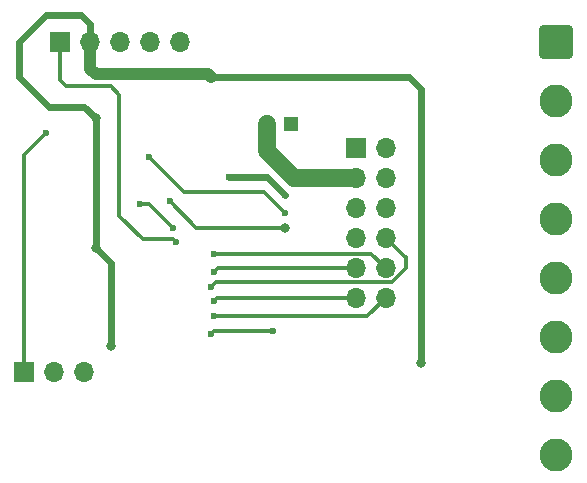
<source format=gbr>
%TF.GenerationSoftware,KiCad,Pcbnew,9.0.0*%
%TF.CreationDate,2025-03-23T15:00:11-07:00*%
%TF.ProjectId,SMRRC,534d5252-432e-46b6-9963-61645f706362,n/c*%
%TF.SameCoordinates,Original*%
%TF.FileFunction,Copper,L2,Bot*%
%TF.FilePolarity,Positive*%
%FSLAX46Y46*%
G04 Gerber Fmt 4.6, Leading zero omitted, Abs format (unit mm)*
G04 Created by KiCad (PCBNEW 9.0.0) date 2025-03-23 15:00:11*
%MOMM*%
%LPD*%
G01*
G04 APERTURE LIST*
G04 Aperture macros list*
%AMRoundRect*
0 Rectangle with rounded corners*
0 $1 Rounding radius*
0 $2 $3 $4 $5 $6 $7 $8 $9 X,Y pos of 4 corners*
0 Add a 4 corners polygon primitive as box body*
4,1,4,$2,$3,$4,$5,$6,$7,$8,$9,$2,$3,0*
0 Add four circle primitives for the rounded corners*
1,1,$1+$1,$2,$3*
1,1,$1+$1,$4,$5*
1,1,$1+$1,$6,$7*
1,1,$1+$1,$8,$9*
0 Add four rect primitives between the rounded corners*
20,1,$1+$1,$2,$3,$4,$5,0*
20,1,$1+$1,$4,$5,$6,$7,0*
20,1,$1+$1,$6,$7,$8,$9,0*
20,1,$1+$1,$8,$9,$2,$3,0*%
G04 Aperture macros list end*
%TA.AperFunction,ComponentPad*%
%ADD10R,1.700000X1.700000*%
%TD*%
%TA.AperFunction,ComponentPad*%
%ADD11O,1.700000X1.700000*%
%TD*%
%TA.AperFunction,ComponentPad*%
%ADD12RoundRect,0.250001X-1.149999X1.149999X-1.149999X-1.149999X1.149999X-1.149999X1.149999X1.149999X0*%
%TD*%
%TA.AperFunction,ComponentPad*%
%ADD13C,2.800000*%
%TD*%
%TA.AperFunction,ComponentPad*%
%ADD14R,1.200000X1.200000*%
%TD*%
%TA.AperFunction,ComponentPad*%
%ADD15C,1.200000*%
%TD*%
%TA.AperFunction,ViaPad*%
%ADD16C,0.800000*%
%TD*%
%TA.AperFunction,ViaPad*%
%ADD17C,0.600000*%
%TD*%
%TA.AperFunction,Conductor*%
%ADD18C,0.600000*%
%TD*%
%TA.AperFunction,Conductor*%
%ADD19C,0.300000*%
%TD*%
%TA.AperFunction,Conductor*%
%ADD20C,1.000000*%
%TD*%
%TA.AperFunction,Conductor*%
%ADD21C,1.500000*%
%TD*%
G04 APERTURE END LIST*
D10*
%TO.P,J4,1,Pin_1*%
%TO.N,+12V*%
X160000000Y-59000000D03*
D11*
%TO.P,J4,2,Pin_2*%
X162540000Y-59000000D03*
%TO.P,J4,3,Pin_3*%
%TO.N,GND*%
X160000000Y-61540000D03*
%TO.P,J4,4,Pin_4*%
X162540000Y-61540000D03*
%TO.P,J4,5,Pin_5*%
%TO.N,Net-(J4-Pin_5)*%
X160000000Y-64080000D03*
%TO.P,J4,6,Pin_6*%
%TO.N,Net-(J4-Pin_6)*%
X162540000Y-64080000D03*
%TO.P,J4,7,Pin_7*%
%TO.N,Net-(J4-Pin_7)*%
X160000000Y-66620000D03*
%TO.P,J4,8,Pin_8*%
%TO.N,Net-(J4-Pin_8)*%
X162540000Y-66620000D03*
%TO.P,J4,9,Pin_9*%
%TO.N,Net-(J4-Pin_9)*%
X160000000Y-69160000D03*
%TO.P,J4,10,Pin_10*%
%TO.N,Net-(J4-Pin_10)*%
X162540000Y-69160000D03*
%TO.P,J4,11,Pin_11*%
%TO.N,Net-(J4-Pin_11)*%
X160000000Y-71700000D03*
%TO.P,J4,12,Pin_12*%
%TO.N,Net-(J4-Pin_12)*%
X162540000Y-71700000D03*
%TD*%
D10*
%TO.P,J3,1,Pin_1*%
%TO.N,Net-(J3-Pin_1)*%
X131920000Y-78000000D03*
D11*
%TO.P,J3,2,Pin_2*%
%TO.N,GND*%
X134460000Y-78000000D03*
%TO.P,J3,3,Pin_3*%
%TO.N,Net-(J3-Pin_3)*%
X137000000Y-78000000D03*
%TD*%
D10*
%TO.P,J2,1,Pin_1*%
%TO.N,Net-(J2-Pin_1)*%
X135000000Y-50000000D03*
D11*
%TO.P,J2,2,Pin_2*%
%TO.N,+5V*%
X137540000Y-50000000D03*
%TO.P,J2,3,Pin_3*%
%TO.N,GND*%
X140080000Y-50000000D03*
%TO.P,J2,4,Pin_4*%
%TO.N,Net-(J2-Pin_4)*%
X142620000Y-50000000D03*
%TO.P,J2,5,Pin_5*%
%TO.N,Net-(J2-Pin_5)*%
X145160000Y-50000000D03*
%TD*%
D12*
%TO.P,J1,1,Pin_1*%
%TO.N,+12V*%
X177000000Y-50000000D03*
D13*
%TO.P,J1,2,Pin_2*%
X177000000Y-55000000D03*
%TO.P,J1,3,Pin_3*%
%TO.N,GND*%
X177000000Y-60000000D03*
%TO.P,J1,4,Pin_4*%
X177000000Y-65000000D03*
%TO.P,J1,5,Pin_5*%
%TO.N,Net-(J1-Pin_5)*%
X177000000Y-70000000D03*
%TO.P,J1,6,Pin_6*%
X177000000Y-75000000D03*
%TO.P,J1,7,Pin_7*%
%TO.N,Net-(J1-Pin_7)*%
X177000000Y-80000000D03*
%TO.P,J1,8,Pin_8*%
X177000000Y-85000000D03*
%TD*%
D14*
%TO.P,C4,1*%
%TO.N,Net-(D4-K)*%
X154500000Y-57000000D03*
D15*
%TO.P,C4,2*%
%TO.N,GND*%
X152500000Y-57000000D03*
%TD*%
D16*
%TO.N,+5V*%
X165500000Y-77250000D03*
X138000000Y-56500000D03*
X139250000Y-75750000D03*
X138000000Y-67500000D03*
D17*
X147750000Y-53000000D03*
D16*
%TO.N,Net-(J2-Pin_5)*%
X154000000Y-65750000D03*
D17*
X144250000Y-63500000D03*
%TO.N,Net-(J2-Pin_4)*%
X142500000Y-59750000D03*
X154000000Y-64500000D03*
%TO.N,Net-(J2-Pin_1)*%
X144750000Y-67000000D03*
%TO.N,GND*%
X149250000Y-61500000D03*
X154000000Y-63000000D03*
%TO.N,Net-(J3-Pin_1)*%
X133750000Y-57750000D03*
X141750000Y-63750000D03*
X144500000Y-65750000D03*
%TO.N,Net-(U1-DI)*%
X153000000Y-74500000D03*
X147750000Y-74750000D03*
%TO.N,Net-(J4-Pin_12)*%
X148000000Y-73250000D03*
%TO.N,Net-(J4-Pin_11)*%
X148000000Y-72000000D03*
%TO.N,Net-(J4-Pin_8)*%
X147750000Y-70750000D03*
%TO.N,Net-(J4-Pin_9)*%
X148000000Y-69500000D03*
%TO.N,Net-(J4-Pin_10)*%
X148000000Y-68000000D03*
%TD*%
D18*
%TO.N,+5V*%
X165500000Y-54000000D02*
X164500000Y-53000000D01*
X165500000Y-77250000D02*
X165500000Y-54000000D01*
X164500000Y-53000000D02*
X147750000Y-53000000D01*
X138000000Y-56500000D02*
X137000000Y-55500000D01*
X134000000Y-55500000D02*
X131500000Y-53000000D01*
X131500000Y-53000000D02*
X131500000Y-50000000D01*
X137000000Y-55500000D02*
X134000000Y-55500000D01*
X131500000Y-50000000D02*
X133750000Y-47750000D01*
X137540000Y-48540000D02*
X137540000Y-50000000D01*
X133750000Y-47750000D02*
X136750000Y-47750000D01*
X136750000Y-47750000D02*
X137540000Y-48540000D01*
X138000000Y-67500000D02*
X138000000Y-56500000D01*
D19*
%TO.N,Net-(J2-Pin_1)*%
X142000000Y-66750000D02*
X140000000Y-64750000D01*
X140000000Y-54500000D02*
X139250000Y-53750000D01*
X140000000Y-64750000D02*
X140000000Y-54500000D01*
X139250000Y-53750000D02*
X135500000Y-53750000D01*
X135500000Y-53750000D02*
X135000000Y-53250000D01*
D18*
%TO.N,+5V*%
X139250000Y-68750000D02*
X138000000Y-67500000D01*
X139250000Y-75750000D02*
X139250000Y-68750000D01*
D20*
X137540000Y-50000000D02*
X137540000Y-52290000D01*
X137540000Y-52290000D02*
X138000000Y-52750000D01*
X138000000Y-52750000D02*
X147500000Y-52750000D01*
X147500000Y-52750000D02*
X147750000Y-53000000D01*
D19*
%TO.N,Net-(J2-Pin_5)*%
X146500000Y-65750000D02*
X144250000Y-63500000D01*
X154000000Y-65750000D02*
X146500000Y-65750000D01*
%TO.N,Net-(J2-Pin_4)*%
X145500000Y-62750000D02*
X142500000Y-59750000D01*
X154000000Y-64500000D02*
X152250000Y-62750000D01*
X147500000Y-62750000D02*
X145500000Y-62750000D01*
X152250000Y-62750000D02*
X147500000Y-62750000D01*
%TO.N,Net-(J2-Pin_1)*%
X135000000Y-50000000D02*
X135000000Y-53250000D01*
X142000000Y-66750000D02*
X144500000Y-66750000D01*
X144500000Y-66750000D02*
X144750000Y-67000000D01*
D18*
%TO.N,GND*%
X152500000Y-61500000D02*
X149250000Y-61500000D01*
D21*
X152500000Y-57000000D02*
X152500000Y-59250000D01*
X160000000Y-61540000D02*
X154790000Y-61540000D01*
X154790000Y-61540000D02*
X152500000Y-59250000D01*
D18*
X154000000Y-63000000D02*
X152500000Y-61500000D01*
D19*
%TO.N,Net-(J3-Pin_1)*%
X131920000Y-78000000D02*
X131920000Y-59580000D01*
X131920000Y-59580000D02*
X133750000Y-57750000D01*
X144500000Y-65750000D02*
X142500000Y-63750000D01*
X142500000Y-63750000D02*
X141750000Y-63750000D01*
%TO.N,Net-(U1-DI)*%
X153000000Y-74500000D02*
X148000000Y-74500000D01*
X148000000Y-74500000D02*
X147750000Y-74750000D01*
%TO.N,Net-(J4-Pin_12)*%
X160990000Y-73250000D02*
X162540000Y-71700000D01*
X148000000Y-73250000D02*
X160990000Y-73250000D01*
%TO.N,Net-(J4-Pin_11)*%
X148300000Y-71700000D02*
X160000000Y-71700000D01*
X148000000Y-72000000D02*
X148300000Y-71700000D01*
%TO.N,Net-(J4-Pin_8)*%
X147750000Y-70750000D02*
X148139000Y-70361000D01*
X164250000Y-69148471D02*
X164250000Y-68250000D01*
X164170000Y-68250000D02*
X162540000Y-66620000D01*
X148139000Y-70361000D02*
X163037471Y-70361000D01*
X163037471Y-70361000D02*
X164250000Y-69148471D01*
X164250000Y-68250000D02*
X164170000Y-68250000D01*
%TO.N,Net-(J4-Pin_9)*%
X148000000Y-69500000D02*
X148340000Y-69160000D01*
X148340000Y-69160000D02*
X160000000Y-69160000D01*
%TO.N,Net-(J4-Pin_10)*%
X148000000Y-68000000D02*
X148041000Y-67959000D01*
X148041000Y-67959000D02*
X161339000Y-67959000D01*
X161339000Y-67959000D02*
X162540000Y-69160000D01*
%TD*%
M02*

</source>
